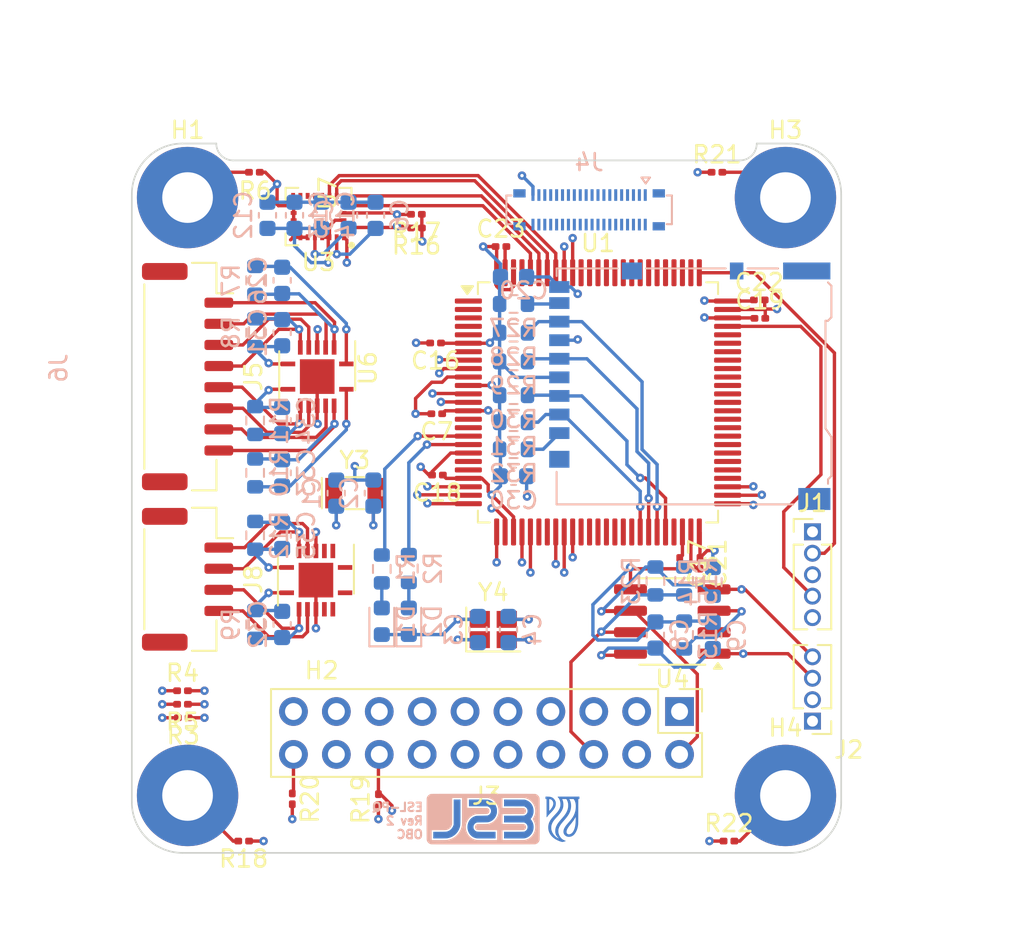
<source format=kicad_pcb>
(kicad_pcb (version 20240108) (generator "pcbnew") (generator_version "8.0")
  (title_block (title "Development of an ADCS for a PocketQube") (date "2023-09-06") (comment 2 "PCB Design") (comment 3 "22619291") (comment 4 "DP Theron"))
  (layers (0 "F.Cu" signal) (1 "In1.Cu" mixed) (2 "In2.Cu" mixed) (31 "B.Cu" signal) (34 "B.Paste" user) (35 "F.Paste" user) (36 "B.SilkS" user "B.Silkscreen") (37 "F.SilkS" user "F.Silkscreen") (38 "B.Mask" user) (39 "F.Mask" user) (44 "Edge.Cuts" user))
  (net 0 "")
  (net 1 "OPA1")
  (net 2 "1-")
  (net 3 "2-")
  (net 4 "OPA2")
  (net 5 "3-")
  (net 6 "OPA3")
  (net 7 "OPA4")
  (net 8 "4-")
  (net 9 "OPA5")
  (net 10 "5-")
  (net 11 "OPA6")
  (net 12 "6-")
  (net 13 "OSC_IN")
  (net 14 "OSC_OUT")
  (net 15 "OSC32_IN")
  (net 16 "OSC32_OUT")
  (net 17 "NRST")
  (net 18 "SPI NSS")
  (net 19 "SPI MOSI")
  (net 20 "SPI SCK")
  (net 21 "SPI MISO")
  (net 22 "1+")
  (net 23 "2+")
  (net 24 "3+")
  (net 25 "4+")
  (net 26 "5+")
  (net 27 "6+")
  (net 28 "SCL")
  (net 29 "SDA")
  (net 32 "/Daughterboard Connector/DB13")
  (net 33 "USART RX")
  (net 34 "USART TX")
  (net 35 "DCap")
  (net 38 "/Daughterboard Connector/DB22")
  (net 43 "SWCLK")
  (net 44 "SWDIO")
  (net 47 "/Daughterboard Connector/DB34")
  (net 48 "/Daughterboard Connector/DB37")
  (net 53 "/Daughterboard Connector/DB35")
  (net 54 "/Daughterboard Connector/DB6")
  (net 65 "SAOG")
  (net 66 "SAOM")
  (net 67 "/Daughterboard Connector/DB3")
  (net 68 "/Daughterboard Connector/DB32")
  (net 69 "CSAG")
  (net 70 "CSM")
  (net 71 "GND")
  (net 72 "Net-(U3-CAP)")
  (net 73 "Net-(U3-C1)")
  (net 75 "Net-(D1-A)")
  (net 76 "Net-(D2-A)")
  (net 77 "Net-(H1-Pad1)")
  (net 78 "Net-(H2-Pad1)")
  (net 79 "Net-(H3-Pad1)")
  (net 80 "Net-(H4-Pad1)")
  (net 81 "Net-(J6-DAT1)")
  (net 82 "Net-(J6-DAT2)")
  (net 83 "3V3")
  (net 84 "PPS")
  (net 85 "5V")
  (net 86 "PWR")
  (net 87 "TX")
  (net 88 "RS-EN")
  (net 89 "RS-A")
  (net 90 "RS-B")
  (net 104 "/Daughterboard Connector/DB10")
  (net 105 "/Daughterboard Connector/DB29")
  (net 109 "/Daughterboard Connector/DB39")
  (net 111 "/Daughterboard Connector/DB25")
  (net 112 "/Daughterboard Connector/DB26")
  (net 114 "/Daughterboard Connector/DB14")
  (net 115 "/Daughterboard Connector/DB5")
  (net 117 "/Daughterboard Connector/DB19")
  (net 124 "/Daughterboard Connector/DB8")
  (net 125 "/Daughterboard Connector/DB2")
  (net 126 "/Daughterboard Connector/DB24")
  (net 127 "/Daughterboard Connector/DB30")
  (net 129 "/Daughterboard Connector/DB18")
  (net 132 "/Daughterboard Connector/DB12")
  (net 134 "/Daughterboard Connector/DB38")
  (net 136 "/Daughterboard Connector/DB33")
  (net 137 "/Daughterboard Connector/DB31")
  (net 140 "/Daughterboard Connector/DB7")
  (net 142 "/Daughterboard Connector/DB23")
  (net 145 "/Daughterboard Connector/DB40")
  (net 149 "S1_3V3")
  (net 150 "S2_3V3")
  (net 151 "/Daughterboard Connector/DB17")
  (net 152 "/Daughterboard Connector/DB11")
  (net 153 "/Daughterboard Connector/DB27")
  (net 154 "/Daughterboard Connector/DB15")
  (net 155 "/Daughterboard Connector/DB21")
  (net 156 "/Daughterboard Connector/DB9")
  (net 157 "/Daughterboard Connector/DB28")
  (net 158 "/Daughterboard Connector/DB4")
  (net 159 "/Daughterboard Connector/DB16")
  (net 160 "/Daughterboard Connector/DB36")
  (net 161 "/Daughterboard Connector/DB1")
  (net 162 "/Daughterboard Connector/DB20")
  (net 167 "I2C-SDA")
  (net 168 "I2C-SCL")
  (net 169 "S1_5V")
  (net 170 "S2_5V")
  (net 171 "Unreg Solar")
  (net 172 "Unreg Bat")
  (net 173 "EPS_RST")
  (footprint "Skripsie:JST_GH_SM04B-GHS-TB_1x04-1MP_P1.25mm_Horizontal" (layer "F.Cu") (at 231.8 48.6 -90)
    (property "Reference" "J8")
    (property "Value" "Conn_01x04_MountingPin")
  )
  (footprint "Skripsie:R_0201_0603Metric" (layer "F.Cu") (at 263.145 24.5)
    (property "Reference" "R21")
    (property "Value" "0")
  )
  (footprint "Skripsie:Crystal_SMD_EuroQuartz_X22-4Pin_2.5x2.0mm" (layer "F.Cu") (at 249.9 51.575)
    (property "Reference" "Y4")
    (property "Value" "80 MHz")
  )
  (footprint "Skripsie:R_0201_0603Metric" (layer "F.Cu") (at 235.12 64.1 180)
    (property "Reference" "R18")
    (property "Value" "0")
  )
  (footprint "Skripsie:PinHeader_1x05_P1.27mm_Vertical" (layer "F.Cu") (at 268.8 45.79)
    (property "Reference" "J1")
    (property "Value" "Conn_01x05")
  )
  (footprint "MountingHole:MountingHole_3mm_Pad" (layer "F.Cu") (at 267.2 61.4)
    (property "Reference" "H4")
    (property "Value" "MountingHole_Pad")
  )
  (footprint "Skripsie:LGA-24L_3x3.5mm_P0.43mm" (layer "F.Cu") (at 239.555 27.125 180)
    (property "Reference" "U3")
    (property "Value" "LSM9DS1TR")
  )
  (footprint "Skripsie:R_0201_0603Metric" (layer "F.Cu") (at 235.755 24.5 180)
    (property "Reference" "R6")
    (property "Value" "0")
  )
  (footprint "MountingHole:MountingHole_3mm_Pad" (layer "F.Cu") (at 267.2 26)
    (property "Reference" "H3")
    (property "Value" "MountingHole_Pad")
  )
  (footprint "Skripsie:PinHeader_1x04_P1.27mm_Vertical" (layer "F.Cu") (at 268.8 57 180)
    (property "Reference" "J2")
    (property "Value" "Conn_01x04")
  )
  (footprint "Skripsie:Crystal_SMD_EuroQuartz_EQ161-2Pin_3.2x1.5mm" (layer "F.Cu") (at 241.7 43.5)
    (property "Reference" "Y3")
    (property "Value" "32.768 kHz")
  )
  (footprint "Skripsie:R_0201_0603Metric" (layer "F.Cu") (at 243.1 61.645 90)
    (property "Reference" "R19")
    (property "Value" "R")
  )
  (footprint "Package_QFP:LQFP-100_14x14mm_P0.5mm" (layer "F.Cu") (at 256.1 38.125)
    (property "Reference" "U1")
    (property "Value" "STM32L496VGTxP")
  )
  (footprint "Skripsie:R_0201_0603Metric" (layer "F.Cu") (at 231.5 55.2)
    (property "Reference" "R4")
    (property "Value" "0")
  )
  (footprint "ESL_PQ:ESL_PQ_Main_Header" (layer "F.Cu") (at 249.5 56.43)
    (property "Reference" "J3")
    (property "Value" "ESL_PQ_MainHeader")
  )
  (footprint "Skripsie:C_0201_0603Metric" (layer "F.Cu") (at 246.485 34.61 180)
    (property "Reference" "C16")
    (property "Value" "10u")
  )
  (footprint "MountingHole:MountingHole_3mm_Pad" (layer "F.Cu") (at 231.8 61.4)
    (property "Reference" "H2")
    (property "Value" "MountingHole_Pad")
  )
  (footprint "Skripsie:C_0201_0603Metric" (layer "F.Cu") (at 265.65 32.06)
    (property "Reference" "C22")
    (property "Value" "100n")
  )
  (footprint "Skripsie:R_0201_0603Metric" (layer "F.Cu") (at 238 61.6 -90)
    (property "Reference" "R20")
    (property "Value" "R")
  )
  (footprint "Skripsie:C_0201_0603Metric" (layer "F.Cu") (at 246.595 42.43 180)
    (property "Reference" "C18")
    (property "Value" "100n")
  )
  (footprint "Skripsie:R_0201_0603Metric" (layer "F.Cu") (at 231.545 56.8 180)
    (property "Reference" "R3")
    (property "Value" "0")
  )
  (footprint "Package_SO:SOIC-8_3.9x4.9mm_P1.27mm" (layer "F.Cu") (at 260.5 51.1 180)
    (property "Reference" "U4")
    (property "Value" "LTC2850HDD#PBF")
  )
  (footprint "Skripsie:R_0201_0603Metric" (layer "F.Cu") (at 245.355 27.8 180)
    (property "Reference" "R16")
    (property "Value" "R")
  )
  (footprint "Skripsie:C_0201_0603Metric" (layer "F.Cu") (at 246.555 38.8 180)
    (property "Reference" "C7")
    (property "Value" "100n")
  )
  (footprint "Skripsie:JST_GH_SM08B-GHS-TB_1x08-1MP_P1.25mm_Horizontal" (layer "F.Cu") (at 231.8 36.6 -90)
    (property "Reference" "J5")
    (property "Value" "Conn_01x08_MountingPin")
  )
  (footprint "Skripsie:C_0201_0603Metric" (layer "F.Cu") (at 262.14 47.65 -90)
    (property "Reference" "C21")
    (property "Value" "100n")
  )
  (footprint "Skripsie:C_0201_0603Metric" (layer "F.Cu") (at 250.355 28.9)
    (property "Reference" "C23")
    (property "Value" "100n")
  )
  (footprint "Skripsie:R_0201_0603Metric" (layer "F.Cu") (at 231.5 56 180)
    (property "Reference" "R5")
    (property "Value" "0")
  )
  (footprint "MountingHole:MountingHole_3mm_Pad" (layer "F.Cu") (at 231.8 26)
    (property "Reference" "H1")
    (property "Value" "MountingHole_Pad")
  )
  (footprint "Skripsie:R_0201_0603Metric" (layer "F.Cu") (at 245.35 26.99 180)
    (property "Reference" "R17")
    (property "Value" "R")
  )
  (footprint "Skripsie:R_0201_0603Metric" (layer "F.Cu") (at 263.855 64.1)
    (property "Reference" "R22")
    (property "Value" "0")
  )
  (footprint "Skripsie:Texas_S-PVQFN-N14" (layer "F.Cu") (at 239.4 48.65 -90)
    (property "Reference" "U7")
    (property "Value" "OPA4330")
  )
  (footprint "Skripsie:C_0201_0603Metric" (layer "F.Cu") (at 260.94 47.66 -90)
    (property "Reference" "C17")
    (property "Value" "100n")
  )
  (footprint "Skripsie:C_0201_0603Metric" (layer "F.Cu") (at 265.685 33.15)
    (property "Reference" "C19")
    (property "Value" "100n")
  )
  (footprint "Skripsie:Texas_S-PVQFN-N14" (layer "F.Cu") (at 239.475 36.6 -90)
    (property "Reference" "U6")
    (property "Value" "OPA4330")
  )
  (footprint "Capacitor_SMD:C_0603_1608Metric" (layer "B.Cu") (at 259.5 51.9 90)
    (property "Reference" "C8")
    (property "Value" "100n")
  )
  (footprint "Resistor_SMD:R_0603_1608Metric" (layer "B.Cu") (at 243.3 47.9875 90)
    (property "Reference" "R1")
    (property "Value" "165")
  )
  (footprint "Capacitor_SMD:C_0603_1608Metric" (layer "B.Cu") (at 239.73 27.05 90)
    (property "Reference" "C14")
    (property "Value" "10u")
  )
  (footprint "Resistor_SMD:R_0603_1608Metric" (layer "B.Cu") (at 251.1 37.7)
    (property "Reference" "R30")
    (property "Value" "4k7")
  )
  (footprint "LOGO" (layer "B.Cu") (at 249.3 62.8 180)
    (property "Reference" "G***" (hide yes))
    (property "Value" "LOGO" (hide yes))
  )
  (footprint "Resistor_SMD:R_0603_1608Metric" (layer "B.Cu") (at 235.8 42.3 90)
    (property "Reference" "R10")
    (property "Value" "470")
  )
  (footprint "Capacitor_SMD:C_0603_1608Metric" (layer "B.Cu") (at 237.4 46 90)
    (property "Reference" "C35")
    (property "Value" "220p")
  )
  (footprint "Capacitor_SMD:C_0603_1608Metric" (layer "B.Cu") (at 249 51.575 -90)
    (property "Reference" "C3")
    (property "Value" "12p")
  )
  (footprint "Connector_Hirose:Hirose_BM24_BM24-40DP-2-0.35V_2x20_P0.35mm_PowerPin2_Vertical" (layer "B.Cu") (at 255.575 26.725 180)
    (property "Reference" "J4")
    (property "Value" "Conn_02x20_Odd_Even")
  )
  (footprint "Resistor_SMD:R_0603_1608Metric" (layer "B.Cu") (at 235.8 46 90)
    (property "Reference" "R12")
    (property "Value" "470")
  )
  (footprint "Capacitor_SMD:C_0603_1608Metric" (layer "B.Cu") (at 237.4 30.9 -90)
    (property "Reference" "C26")
    (property "Value" "220p")
  )
  (footprint "Capacitor_SMD:C_0603_1608Metric" (layer "B.Cu") (at 238.13 27.05 90)
    (property "Reference" "C13")
    (property "Value" "100n")
  )
  (footprint "Resistor_SMD:R_0603_1608Metric" (layer "B.Cu") (at 235.8 34 -90)
    (property "Reference" "R8")
    (property "Value" "470")
  )
  (footprint "Resistor_SMD:R_0603_1608Metric" (layer "B.Cu") (at 251.1 32.3)
    (property "Reference" "R27")
    (property "Value" "4k7")
  )
  (footprint "Resistor_SMD:R_0603_1608Metric" (layer "B.Cu") (at 235.8 51.275 -90)
    (property "Reference" "R9")
    (property "Value" "470")
  )
  (footprint "Capacitor_SMD:C_0603_1608Metric" (layer "B.Cu") (at 262.9 51.925 90)
    (property "Reference" "C9")
    (property "Value" "10u")
  )
  (footprint "Resistor_SMD:R_0603_1608Metric" (layer "B.Cu") (at 244.9 47.9625 90)
    (property "Reference" "R2")
    (property "Value" "165")
  )
  (footprint "Resistor_SMD:R_0603_1608Metric" (layer "B.Cu") (at 235.8 30.9 -90)
    (property "Reference" "R7")
    (property "Value" "470")
  )
  (footprint "Resistor_SMD:R_0603_1608Metric" (layer "B.Cu") (at 251.1 34)
    (property "Reference" "R28")
    (property "Value" "4k7")
  )
  (footprint "Capacitor_SMD:C_0603_1608Metric" (layer "B.Cu") (at 251.1 30.7)
    (property "Reference" "C20")
    (property "Value" "100n")
  )
  (footprint "Resistor_SMD:R_0603_1608Metric" (layer "B.Cu") (at 251.1 35.7)
    (property "Reference" "R29")
    (property "Value" "4k7")
  )
  (footprint "Capacitor_SMD:C_0603_1608Metric" (layer "B.Cu") (at 241.33 27.05 -90)
    (property "Reference" "C5")
    (property "Value" "10n")
  )
  (footprint "Capacitor_SMD:C_0603_1608Metric" (layer "B.Cu") (at 251.1 42.5)
    (property "Reference" "C30")
    (property "Value" "10u")
  )
  (footprint "Skripsie:microSD_HC_Hirose_DM3AT-SF-PEJM5" (layer "B.Cu") (at 261.535 37.17 -90)
    (property "Reference" "J6")
    (property "Value" "Micro_SD_Card")
  )
  (footprint "Capacitor_SMD:C_0603_1608Metric" (layer "B.Cu") (at 237.4 42.3 90)
    (property "Reference" "C33")
    (property "Value" "220p")
  )
  (footprint "Capacitor_SMD:C_0603_1608Metric" (layer "B.Cu") (at 242.8 43.5 -90)
    (property "Reference" "C2")
    (property "Value" "8p")
  )
  (footprint "Capacitor_SMD:C_0603_1608Metric" (layer "B.Cu") (at 237.4 39.2 90)
    (property "Reference" "C34")
    (property "Value" "220p")
  )
  (footprint "LED_SMD:LED_0603_1608Metric" (layer "B.Cu") (at 243.3 51.0875 90)
    (property "Reference" "D1")
    (property "Value" "LED")
  )
  (footprint "Capacitor_SMD:C_0603_1608Metric" (layer "B.Cu") (at 237.4 34 -90)
    (property "Reference" "C31")
    (property "Value" "220p")
  )
  (footprint "Capacitor_SMD:C_0603_1608Metric" (layer "B.Cu") (at 236.53 27.05 -90)
    (property "Reference" "C12")
    (property "Value" "100n")
  )
  (footprint "Resistor_SMD:R_0603_1608Metric" (layer "B.Cu") (at 251.1 39.3)
    (property "Reference" "R31")
    (property "Value" "4k7")
  )
  (footprint "Resistor_SMD:R_0603_1608Metric" (layer "B.Cu") (at 251.1 40.9)
    (property "Reference" "R32")
    (property "Value" "4k7")
  )
  (footprint "LOGO" (layer "B.Cu") (at 249.3 62.8 180)
    (property "Reference" "G***" (hide yes))
    (property "Value" "LOGO" (hide yes))
  )
  (footprint "Capacitor_SMD:C_0603_1608Metric" (layer "B.Cu") (at 242.93 27.05 90)
    (property "Reference" "C6")
    (property "Value" "100n")
  )
  (footprint "LED_SMD:LED_0603_1608Metric" (layer "B.Cu") (at 244.9 51.0875 90)
    (property "Reference" "D2")
    (property "Value" "LED")
  )
  (footprint "Resistor_SMD:R_0603_1608Metric" (layer "B.Cu") (at 261.2 48.7 90)
    (property "Reference" "R15")
    (property "Value" "4k7")
  )
  (footprint "Resistor_SMD:R_0603_1608Metric" (layer "B.Cu") (at 235.8 39.2 90)
    (property "Reference" "R11")
    (property "Value" "470")
  )
  (footprint "Resistor_SMD:R_0603_1608Metric" (layer "B.Cu") (at 261.2 51.9 90)
    (property "Reference" "R13")
    (property "Value" "4k7")
  )
  (footprint "Capacitor_SMD:C_0603_1608Metric" (layer "B.Cu") (at 237.4 51.275 -90)
    (property "Reference" "C32")
    (property "Value" "220p")
  )
  (footprint "Capacitor_SMD:C_0603_1608Metric" (layer "B.Cu") (at 240.6 43.5 -90)
    (property "Reference" "C1")
    (property "Value" "8p")
  )
  (footprint "LOGO" (layer "B.Cu") (at 254 62.8 180)
    (property "Reference" "G***" (hide yes))
    (property "Value" "LOGO" (hide yes))
  )
  (footprint "Resistor_SMD:R_0603_1608Metric" (layer "B.Cu") (at 262.9 48.775 -90)
    (property "Reference" "R14")
    (property "Value" "4k7")
  )
  (footprint "Capacitor_SMD:C_0603_1608Metric" (layer "B.Cu") (at 250.8 51.575 90)
    (property "Reference" "C4")
    (property "Value" "12p")
  )
  (footprint "Resistor_SMD:R_0603_1608Metric" (layer "B.Cu") (at 259.5 48.7 -90)
    (property "Reference" "R23")
    (property "Value" "120k")
  )
  (gr_arc (start 267.5 22.8) (mid 269.62132 23.67868) (end 270.5 25.8) (stroke (width 0.1)) (layer "Edge.Cuts"))
  (gr_arc (start 231.5 64.8) (mid 229.37868 63.92132) (end 228.5 61.8) (stroke (width 0.1)) (layer "Edge.Cuts"))
  (gr_line (start 231.5 22.8) (end 233.5 22.8) (stroke (width 0.1)) (layer "Edge.Cuts"))
  (gr_arc (start 228.5 25.8) (mid 229.37868 23.67868) (end 231.5 22.8) (stroke (width 0.1)) (layer "Edge.Cuts"))
  (gr_line (start 234.5 23.8) (end 264.5 23.8) (stroke (width 0.1)) (layer "Edge.Cuts"))
  (gr_line (start 231.5 64.8) (end 267.5 64.8) (stroke (width 0.1)) (layer "Edge.Cuts"))
  (gr_line (start 270.5 61.8) (end 270.5 25.8) (stroke (width 0.1)) (layer "Edge.Cuts"))
  (gr_arc (start 265.5 22.8) (mid 265.207107 23.507107) (end 264.5 23.8) (stroke (width 0.1)) (layer "Edge.Cuts"))
  (gr_arc (start 270.5 61.8) (mid 269.62132 63.92132) (end 267.5 64.8) (stroke (width 0.1)) (layer "Edge.Cuts"))
  (gr_line (start 265.5 22.8) (end 267.5 22.8) (stroke (width 0.1)) (layer "Edge.Cuts"))
  (gr_line (start 228.5 25.8) (end 228.5 61.8) (stroke (width 0.1)) (layer "Edge.Cuts"))
  (gr_arc (start 234.5 23.8) (mid 233.792893 23.507107) (end 233.5 22.8) (stroke (width 0.1)) (layer "Edge.Cuts"))
  (gr_text "ESL-PQ\nRev 2\nOBC" (at 245.8 64 0) (layer "B.SilkS") (effects (font (size 0.5 0.5) (thickness 0.125) (bold yes)) (justify left bottom mirror)))
  (segment (start 246.025 43.125) (end 248.425 43.125) (width 0.2) (layer "F.Cu") (net 1))
  (segment (start 246 43.1) (end 246.025 43.125) (width 0.2) (layer "F.Cu") (net 1))
  (segment (start 241.2 35.85) (end 241.2 33.8) (width 0.2) (layer "F.Cu") (net 1))
  (via (at 246 43.1) (size 0.5) (drill 0.2) (layers "F.Cu" "B.Cu") (net 1))
  (via (at 241.2 33.8) (size 0.5) (drill 0.2) (layers "F.Cu" "B.Cu") (net 1))
  (segment (start 241.2 33.45) (end 241.2 33.8) (width 0.2) (layer "B.Cu") (net 1))
  (segment (start 237.875 30.125) (end 241.2 33.45) (width 0.2) (layer "B.Cu") (net 1))
  (segment (start 235.8 30.075) (end 237.35 30.075) (width 0.2) (layer "B.Cu") (net 1))
  (segment (start 237.35 30.075) (end 237.4 30.125) (width 0.2) (layer "B.Cu") (net 1))
  (segment (start 237.4 30.125) (end 237.875 30.125) (width 0.2) (layer "B.Cu") (net 1))
  (segment (start 239.349264 32.225) (end 233.65 32.225) (width 0.2) (layer "F.Cu") (net 2))
  (segment (start 240.475 34.875) (end 240.475 33.825) (width 0.2) (layer "F.Cu") (net 2))
  (segment (start 240.5 33.375736) (end 239.349264 32.225) (width 0.2) (layer "F.Cu") (net 2))
  (segment (start 240.5 33.8) (end 240.5 33.375736) (width 0.2) (layer "F.Cu") (net 2))
  (segment (start 240.475 33.825) (end 240.5 33.8) (width 0.2) (layer "F.Cu") (net 2))
  (via (at 240.5 33.8) (size 0.5) (drill 0.2) (layers "F.Cu" "B.Cu") (net 2))
  (segment (start 235.8 31.725) (end 237.375 31.725) (width 0.2) (layer "B.Cu") (net 2))
  (segment (start 237.375 31.725) (end 237.4 31.7) (width 0.2) (layer "B.Cu") (net 2))
  (segment (start 237.4 31.7) (end 238.4 31.7) (width 0.2) (layer "B.Cu") (net 2))
  (segment (start 238.4 31.7) (end 240.5 33.8) (width 0.2) (layer "B.Cu") (net 2))
  (segment (start 238.475 33.875) (end 238.4 33.8) (width 0.2) (layer "F.Cu") (net 3))
  (segment (start 238.4 33.8) (end 237.2 33.8) (width 0.2) (layer "F.Cu") (net 3))
  (segment (start 237.2 33.8) (end 235.025 35.975) (width 0.2) (layer "F.Cu") (net 3))
  (segment (start 235.025 35.975) (end 233.65 35.975) (width 0.2) (layer "F.Cu") (net 3))
  (segment (start 238.475 34.875) (end 238.475 33.875) (width 0.2) (layer "F.Cu") (net 3))
  (via (at 238.4 33.8) (size 0.5) (drill 0.2) (layers "F.Cu" "B.Cu") (net 3))
  (segment (start 237.4 33.225) (end 237.825 33.225) (width 0.2) (layer "B.Cu") (net 3))
  (segment (start 237.35 33.175) (end 237.4 33.225) (width 0.2) (layer "B.Cu") (net 3))
  (segment (start 235.8 33.175) (end 237.35 33.175) (width 0.2) (layer "B.Cu") (net 3))
  (segment (start 237.825 33.225) (end 238.4 33.8) (width 0.2) (layer "B.Cu") (net 3))
  (segment (start 236.65 35.85) (end 236.6 35.8) (width 0.2) (layer "F.Cu") (net 4))
  (segment (start 248.4 43.6) (end 248.425 43.625) (width 0.2) (layer "F.Cu") (net 4))
  (segment (start 237.75 35.85) (end 236.65 35.85) (width 0.2) (layer "F.Cu") (net 4))
  (segment (start 245.4 43.6) (end 248.4 43.6) (width 0.2) (layer "F.Cu") (net 4))
  (via (at 245.4 43.6) (size 0.5) (drill 0.2) (layers "F.Cu" "B.Cu") (net 4))
  (via (at 236.6 35.8) (size 0.5) (drill 0.2) (layers "F.Cu" "B.Cu") (net 4))
  (segment (start 236.6 35.8) (end 236.5 35.9) (width 0.2) (layer "B.Cu") (net 4))
  (segment (start 237.35 34.825) (end 237.4 34.775) (width 0.2) (layer "B.Cu") (net 4))
  (segment (start 235.8 35) (end 236.6 35.8) (width 0.2) (layer "B.Cu") (net 4))
  (segment (start 235.8 34.825) (end 237.35 34.825) (width 0.2) (layer "B.Cu") (net 4))
  (segment (start 235.8 34.825) (end 235.8 35) (width 0.2) (layer "B.Cu") (net 4))
  (segment (start 238.475 38.325) (end 238.475 39.325) (width 0.2) (layer "F.Cu") (net 5))
  (segment (start 237.2 39.4) (end 235.025 37.225) (width 0.2) (layer "F.Cu") (net 5))
  (segment (start 238.4 39.4) (end 237.2 39.4) (width 0.2) (layer "F.Cu") (net 5))
  (segment (start 235.025 37.225) (end 233.65 37.225) (width 0.2) (layer "F.Cu") (net 5))
  (segment (start 238.475 39.325) (end 238.4 39.4) (width 0.2) (layer "F.Cu") (net 5))
  (via (at 238.4 39.4) (size 0.5) (drill 0.2) (layers "F.Cu" "B.Cu") (net 5))
  (segment (start 235.8 40.025) (end 237.35 40.025) (width 0.2) (layer "B.Cu") (net 5))
  (segment (start 237.825 39.975) (end 238.4 39.4) (width 0.2) (layer "B.Cu") (net 5))
  (segment (start 237.35 40.025) (end 237.4 39.975) (width 0.2) (layer "B.Cu") (net 5))
  (segment (start 237.4 39.975) (end 237.825 39.975) (width 0.2) (layer "B.Cu") (net 5))
  (segment (start 237.75 37.35) (end 236.65 37.35) (width 0.2) (layer "F.Cu") (net 6))
  (segment (start 246 44.1) (end 246.025 44.125) (width 0.2) (layer "F.Cu") (net 6))
  (segment (start 246.025 44.125) (end 248.425 44.125) (width 0.2) (layer "F.Cu") (net 6))
  (segment (start 236.65 37.35) (end 236.6 37.4) (width 0.2) (layer "F.Cu") (net 6))
  (via (at 236.6 37.4) (size 0.5) (drill 0.2) (layers "F.Cu" "B.Cu") (net 6))
  (via (at 246 44.1) (size 0.5) (drill 0.2) (layers "F.Cu" "B.Cu") (net 6))
  (segment (start 235.85 38.425) (end 235.8 38.375) (width 0.2) (layer "B.Cu") (net 6))
  (segment (start 235.8 38.2) (end 236.6 37.4) (width 0.2) (layer "B.Cu") (net 6))
  (segment (start 237.4 38.425) (end 235.85 38.425) (width 0.2) (layer "B.Cu") (net 6))
  (segment (start 235.8 38.375) (end 235.8 38.2) (width 0.2) (layer "B.Cu") (net 6))
  (segment (start 250.1 47.6) (end 250.1 45.8) (width 0.2) (layer "F.Cu") (net 7))
  (segment (start 241.2 37.35) (end 241.2 39.4) (width 0.2) (layer "F.Cu") (net 7))
  (via (at 241.2 39.4) (size 0.5) (drill 0.2) (layers "F.Cu" "B.Cu") (net 7))
  (via (at 250.1 47.6) (size 0.5) (drill 0.2) (layers "F.Cu" "B.Cu") (net 7))
  (segment (start 237.35 43.125) (end 237.4 43.075) (width 0.2) (layer "B.Cu") (net 7))
  (segment (start 237.4 43.075) (end 237.875 43.075) (width 0.2) (layer "B.Cu") (net 7))
  (segment (start 241.2 39.75) (end 241.2 39.4) (width 0.2) (layer "B.Cu") (net 7))
  (segment (start 237.875 43.075) (end 241.2 39.75) (width 0.2) (layer "B.Cu") (net 7))
  (segment (start 235.8 43.125) (end 237.35 43.125) (width 0.2) (layer "B.Cu") (net 7))
  (segment (start 240.475 38.325) (end 240.475 39.375) (width 0.2) (layer "F.Cu") (net 8))
  (segment (start 240.475 39.375) (end 240.5 39.4) (width 0.2) (layer "F.Cu") (net 8))
  (segment (start 240.5 39.531371) (end 239.056371 40.975) (width 0.2) (layer "F.Cu") (net 8))
  (segment (start 239.056371 40.975) (end 233.65 40.975) (width 0.2) (layer "F.Cu") (net 8))
  (segment (start 240.5 39.4) (end 240.5 39.531371) (width 0.2) (layer "F.Cu") (net 8))
  (via (at 240.5 39.4) (size 0.5) (drill 0.2) (layers "F.Cu" "B.Cu") (net 8))
  (segment (start 235.8 41.475) (end 237.35 41.475) (width 0.2) (layer "B.Cu") (net 8))
  (segment (start 237.4 41.525) (end 238.375 41.525) (width 0.2) (layer "B.Cu") (net 8))
  (segment (start 237.35 41.475) (end 237.4 41.525) (width 0.2) (layer "B.Cu") (net 8))
  (segment (start 238.375 41.525) (end 240.5 39.4) (width 0.2) (layer "B.Cu") (net 8))
  (segment (start 237.675 49.4) (end 236.6 49.4) (width 0.2) (layer "F.Cu") (net 9))
  (segment (start 252.1 48.2) (end 252.1 45.8) (width 0.2) (layer "F.Cu") (net 9))
  (via (at 252.1 48.2) (size 0.5) (drill 0.2) (layers "F.Cu" "B.Cu") (net 9))
  (via (at 236.6 49.4) (size 0.5) (drill 0.2) (layers "F.Cu" "B.Cu") (net 9))
  (segment (start 237.35 50.375) (end 237.4 50.425) (width 0.2) (layer "B.Cu") (net 9))
  (segment (start 235.8 50.45) (end 237.35 50.45) (width 0.2) (layer "B.Cu") (net 9))
  (segment (start 235.8 50.45) (end 235.8 50.2) (width 0.2) (layer "B.Cu") (net 9))
  (segment (start 237.35 50.45) (end 237.4 50.5) (width 0.2) (layer "B.Cu") (net 9))
  (segment (start 236.6 49.4) (end 236.6 49.575) (width 0.2) (layer "B.Cu") (net 9))
  (segment (start 235.8 50.2) (end 236.6 49.4) (width 0.2) (layer "B.Cu") (net 9))
  (segment (start 235.125 49.225) (end 233.65 49.225) (width 0.2) (layer "F.Cu") (net 10))
  (segment (start 237.4 51.5) (end 235.125 49.225) (width 0.2) (layer "F.Cu") (net 10))
  (segment (start 238.4 51.5) (end 237.4 51.5) (width 0.2) (layer "F.Cu") (net 10))
  (segment (start 238.4 50.375) (end 238.4 51.5) (width 0.2) (layer "F.Cu") (net 10))
  (via (at 238.4 51.5) (size 0.5) (drill 0.2) (layers "F.Cu" "B.Cu") (net 10))
  (segment (start 235.8 52.1) (end 237.35 52.1) (width 0.2) (layer "B.Cu") (net 10))
  (segment (start 237.35 52.025) (end 237.4 51.975) (width 0.2) (layer "B.Cu") (net 10))
  (segment (start 237.85 52.05) (end 238.4 51.5) (width 0.2) (layer "B.Cu") (net 10))
  (segment (start 237.4 52.05) (end 237.85 52.05) (width 0.2) (layer "B.Cu") (net 10))
  (segment (start 237.35 52.1) (end 237.4 52.05) (width 0.2) (layer "B.Cu") (net 10))
  (segment (start 251.6 47.6) (end 251.6 45.8) (width 0.2) (layer "F.Cu") (net 11))
  (segment (start 237.675 47.9) (end 236.6 47.9) (width 0.2) (layer "F.Cu") (net 11))
  (via (at 251.6 47.6) (size 0.5) (drill 0.2) (layers "F.Cu" "B.Cu") (net 11))
  (via (at 236.6 47.9) (size 0.5) (drill 0.2) (layers "F.Cu" "B.Cu") (net 11))
  (segment (start 235.8 46.825) (end 237.35 46.825) (width 0.2) (layer "B.Cu") (net 11))
  (segment (start 237.35 46.825) (end 237.4 46.775) (width 0.2) (layer "B.Cu") (net 11))
  (segment (start 235.8 46.825) (end 235.8 47.1) (width 0.2) (layer "B.Cu") (net 11))
  (segment (start 235.8 47.1) (end 236.6 47.9) (width 0.2) (layer "B.Cu") (net 11))
  (segment (start 238.4 46.925) (end 238.4 45.8) (width 0.2) (layer "F.Cu") (net 12))
  (segment (start 237.3 45.8) (end 235.125 47.975) (width 0.2) (layer "F.Cu") (net 12))
  (segment (start 238.4 45.8) (end 237.3 45.8) (width 0.2) (layer "F.Cu") (net 12))
  (segment (start 235.125 47.975) (end 233.65 47.975) (width 0.2) (layer "F.Cu") (net 12))
  (via (at 238.4 45.8) (size 0.5) (drill 0.2) (layers "F.Cu" "B.Cu") (net 12))
  (segment (start 235.85 45.225) (end 235.8 45.175) (width 0.2) (layer "B.Cu") (net 12))
  (segment (start 237.4 45.225) (end 237.825 45.225) (width 0.2) (layer "B.Cu") (net 12))
  (segment (start 237.4 45.225) (end 235.85 45.225) (width 0.2) (layer "B.Cu") (net 12))
  (segment (start 237.825 45.225) (end 238.4 45.8) (width 0.2) (layer "B.Cu") (net 12))
  (segment (start 248.4 37.6) (end 248.425 37.625) (width 0.2) (layer "F.Cu") (net 13))
  (segment (start 249.1 52.175) (end 247.8 52.175) (width 0.2) (layer "F.Cu") (net 13))
  (segment (start 246.3 37.6) (end 248.4 37.6) (width 0.2) (layer "F.Cu") (net 13))
  (via (at 247.8 52.175) (size 0.5) (drill 0.2) (layers "F.Cu" "B.Cu") (net 13))
  (via (at 246.3 37.6) (size 0.5) (drill 0.2) (layers "F.Cu" "B.Cu") (net 13))
  (segment (start 247.8 52.175) (end 248.825 52.175) (width 0.2) (layer "B.Cu") (net 13))
  (segment (start 248.825 52.175) (end 249 52.35) (width 0.2) (layer "B.Cu") (net 13))
  (segment (start 248.4 38.1) (end 248.425 38.125) (width 0.2) (layer "F.Cu") (net 14))
  (segment (start 246.8 38.1) (end 248.4 38.1) (width 0.2) (layer "F.Cu") (net 14))
  (segment (start 250.7 50.975) (end 252 50.975) (width 0.2) (layer "F.Cu") (net 14))
  (via (at 246.8 38.1) (size 0.5) (drill 0.2) (layers "F.Cu" "B.Cu") (net 14))
  (via (at 252 50.975) (size 0.5) (drill 0.2) (layers "F.Cu" "B.Cu") (net 14))
  (segment (start 250.975 50.975) (end 250.8 50.8) (width 0.2) (layer "B.Cu") (net 14))
  (segment (start 252 50.975) (end 250.975 50.975) (width 0.2) (layer "B.Cu") (net 14))
  (segment (start 248.4 35.6) (end 248.425 35.625) (width 0.2) (layer "F.Cu") (net 15))
  (segment (start 240.6 45.4) (end 240.6 43.65) (width 0.2) (layer "F.Cu") (net 15))
  (segment (start 246.7 35.6) (end 248.4 35.6) (width 0.2) (layer "F.Cu") (net 15))
  (segment (start 240.6 43.65) (end 240.45 43.5) (width 0.2) (layer "F.Cu") (net 15))
  (via (at 246.7 35.6) (size 0.5) (drill 0.2) (layers "F.Cu" "B.Cu") (net 15))
  (via (at 240.6 45.4) (size 0.5) (drill 0.2) (layers "F.Cu" "B.Cu") (net 15))
  (segment (start 240.6 44.275) (end 240.6 45.4) (width 0.2) (layer "B.Cu") (net 15))
  (segment (start 242.8 45.4) (end 242.8 43.65) (width 0.2) (layer "F.Cu") (net 16))
  (segment (start 242.8 43.65) (end 242.95 43.5) (width 0.2) (layer "F.Cu") (net 16))
  (segment (start 246.975 36.125) (end 248.425 36.125) (width 0.2) (layer "F.Cu") (net 16))
  (segment (start 246.7 36.4) (end 246.975 36.125) (width 0.2) (layer "F.Cu") (net 16))
  (via (at 246.7 36.4) (size 0.5) (drill 0.2) (layers "F.Cu" "B.Cu") (net 16))
  (via (at 242.8 45.4) (size 0.5) (drill 0.2) (layers "F.Cu" "B.Cu") (net 16))
  (segment (start 242.8 44.275) (end 242.8 45.4) (width 0.2) (layer "B.Cu") (net 16))
  (segment (start 247.05 38.625) (end 246.875 38.8) (width 0.2) (layer "F.Cu") (net 17))
  (segment (start 248.425 38.625) (end 247.05 38.625) (width 0.2) (layer "F.Cu") (net 17))
  (segment (start 248.425 38.625) (end 249.575 38.625) (width 0.2) (layer "F.Cu") (net 17))
  (segment (start 249.575 38.625) (end 249.6 38.6) (width 0.2) (layer "F.Cu") (net 17))
  (via (at 249.6 38.6) (size 0.5) (drill 0.2) (layers "F.Cu" "B.Cu") (net 17))
  (segment (start 258.6 44.3) (end 258.6 45.8) (width 0.2) (layer "F.Cu") (net 18))
  (via (at 258.6 44.3) (size 0.5) (drill 0.2) (layers "F.Cu" "B.Cu") (net 18))
  (segment (start 251.925 39.3) (end 252.55 39.3) (width 0.2) (layer "B.Cu") (net 18))
  (segment (start 252.55 39.3) (end 253.005 38.845) (width 0.2) (layer "B.Cu") (net 18))
  (segment (start 254.06 38.845) (end 253.81 38.845) (width 0.2) (layer "B.Cu") (net 18))
  (segment (start 258.6 44.3) (end 258.6 43.385) (width 0.2) (layer "B.Cu") (net 18))
  (segment (start 258.6 43.385) (end 254.06 38.845) (width 0.2) (layer "B.Cu") (net 18))
  (segment (start 253.005 38.845) (end 253.81 38.845) (width 0.2) (layer "B.Cu") (net 18))
  (segment (start 258.9 42.6) (end 258.6 42.6) (width 0.2) (layer "F.Cu") (net 19))
  (segment (start 260.1 43.8) (end 258.9 42.6) (width 0.2) (layer "F.Cu") (net 19))
  (segment (start 260.1 43.8) (end 260.1 45.8) (width 0.2) (layer "F.Cu") (net 19))
  (via (at 258.6 42.6) (size 0.5) (drill 0.2) (layers "F.Cu" "B.Cu") (net 19))
  (segment (start 253.765 37.7) (end 253.81 37.745) (width 0.2) (layer "B.Cu") (net 19))
  (segment (start 253.81 37.745) (end 255.145 37.745) (width 0.2) (layer "B.Cu") (net 19))
  (segment (start 257.815 40.415) (end 257.815 41.815) (width 0.2) (layer "B.Cu") (net 19))
  (segment (start 255.145 37.745) (end 257.815 40.415) (width 0.2) (layer "B.Cu") (net 19))
  (segment (start 251.925 37.7) (end 253.765 37.7) (width 0.2) (layer "B.Cu") (net 19))
  (segment (start 257.815 41.815) (end 258.6 42.6) (width 0.2) (layer "B.Cu") (net 19))
  (segment (start 259.1 43.8) (end 259.1 45.8) (width 0.2) (layer "F.Cu") (net 20))
  (via (at 259.1 43.8) (size 0.5) (drill 0.2) (layers "F.Cu" "B.Cu") (net 20))
  (segment (start 258.41 38.51) (end 255.445 35.545) (width 0.2) (layer "B.Cu") (net 20))
  (segment (start 255.445 35.545) (end 253.81 35.545) (width 0.2) (layer "B.Cu") (net 20))
  (segment (start 253.81 35.545) (end 252.08 35.545) (width 0.2) (layer "B.Cu") (net 20))
  (segment (start 259.1 43.8) (end 259.1 41.724264) (width 0.2) (layer "B.Cu") (net 20))
  (segment (start 259.1 41.724264) (end 258.41 41.034264) (width 0.2) (layer "B.Cu") (net 20))
  (segment (start 258.41 41.034264) (end 258.41 38.51) (width 0.2) (layer "B.Cu") (net 20))
  (segment (start 253.655 35.7) (end 253.81 35.545) (width 0.2) (layer "B.Cu") (net 20))
  (segment (start 252.08 35.545) (end 251.925 35.7) (width 0.2) (layer "B.Cu") (net 20))
  (segment (start 259.6 44.3) (end 259.6 45.8) (width 0.2) (layer "F.Cu") (net 21))
  (via (at 259.6 44.3) (size 0.5) (drill 0.2) (layers "F.Cu" "B.Cu") (net 21))
  (segment (start 255.145 33.345) (end 258.71 36.91) (width 0.2) (layer "B.Cu") (net 21))
  (segment (start 252.58 33.345) (end 253.81 33.345) (width 0.2) (layer "B.Cu") (net 21))
  (segment (start 258.71 40.91) (end 259.6 41.8) (width 0.2) (layer "B.Cu") (net 21))
  (segment (start 253.81 33.345) (end 255.145 33.345) (width 0.2) (layer "B.Cu") (net 21))
  (segment (start 251.925 34) (end 252.58 33.345) (width 0.2) (layer "B.Cu") (net 21))
  (segment (start 259.6 41.8) (end 259.6 44.3) (width 0.2) (layer "B.Cu") (net 21))
  (segment (start 258.71 36.91) (end 258.71 40.91) (width 0.2) (layer "B.Cu") (net 21))
  (segment (start 239.6 32.9) (end 235.7 32.9) (width 0.2) (layer "F.Cu") (net 22))
  (segment (start 235.7 32.9) (end 235.125 33.475) (width 0.2) (layer "F.Cu") (net 22))
  (segment (start 240 33.3) (end 239.6 32.9) (width 0.2) (layer "F.Cu") (net 22))
  (segment (start 240 34.85) (end 240 33.3) (width 0.2) (layer "F.Cu") (net 22))
  (segment (start 235.125 33.475) (end 233.65 33.475) (width 0.2) (layer "F.Cu") (net 22))
  (segment (start 239.975 34.875) (end 240 34.85) (width 0.2) (layer "F.Cu") (net 22))
  (segment (start 235.075 34.725) (end 233.65 34.725) (width 0.2) (layer "F.Cu") (net 23))
  (segment (start 236.6 33.2) (end 235.075 34.725) (width 0.2) (layer "F.Cu") (net 23))
  (segment (start 238.507107 33.2) (end 236.6 33.2) (width 0.2) (layer "F.Cu") (net 23))
  (segment (start 238.975 34.875) (end 238.975 33.667893) (width 0.2) (layer "F.Cu") (net 23))
  (segment (start 238.975 33.667893) (end 238.507107 33.2) (width 0.2) (layer "F.Cu") (net 23))
  (segment (start 238.607107 39.9) (end 236.5 39.9) (width 0.2) (layer "F.Cu") (net 24))
  (segment (start 236.5 39.9) (end 235.075 38.475) (width 0.2) (layer "F.Cu") (net 24))
  (segment (start 238.975 38.325) (end 238.975 39.532107) (width 0.2) (layer "F.Cu") (net 24))
  (segment (start 238.975 39.532107) (end 238.607107 39.9) (width 0.2) (layer "F.Cu") (net 24))
  (segment (start 235.075 38.475) (end 233.65 38.475) (width 0.2) (layer "F.Cu") (net 24))
  (segment (start 240 39.607107) (end 239.407107 40.2) (width 0.2) (layer "F.Cu") (net 25))
  (segment (start 235 39.7) (end 233.675 39.7) (width 0.2) (layer "F.Cu") (net 25))
  (segment (start 240 38.35) (end 240 39.607107) (width 0.2) (layer "F.Cu") (net 25))
  (segment (start 239.975 38.325) (end 240 38.35) (width 0.2) (layer "F.Cu") (net 25))
  (segment (start 235.5 40.2) (end 235 39.7) (width 0.2) (layer "F.Cu") (net 25))
  (segment (start 233.675 39.7) (end 233.65 39.725) (width 0.2) (layer "F.Cu") (net 25))
  (segment (start 239.407107 40.2) (end 235.5 40.2) (width 0.2) (layer "F.Cu") (net 25))
  (segment (start 236.6 52) (end 235.075 50.475) (width 0.2) (layer "F.Cu") (net 26))
  (segment (start 238.9 51.707107) (end 238.607107 52) (width 0.2) (layer "F.Cu") (net 26))
  (segment (start 235.075 50.475) (end 233.65 50.475) (width 0.2) (layer "F.Cu") (net 26))
  (segment (start 238.607107 52) (end 236.6 52) (width 0.2) (layer "F.Cu") (net 26))
  (segment (start 238.9 50.375) (end 238.9 51.707107) (width 0.2) (layer "F.Cu") (net 26))
  (segment (start 238.9 46.925) (end 238.9 45.592893) (width 0.2) (layer "F.Cu") (net 27))
  (segment (start 236.6 45.3) (end 235.175 46.725) (width 0.2) (layer "F.Cu") (net 27))
  (segment (start 235.175 46.725) (end 233.65 46.725) (width 0.2) (layer "F.Cu") (net 27))
  (segment (start 238.607107 45.3) (end 236.6 45.3) (width 0.2) (layer "F.Cu") (net 27))
  (segment (start 238.9 45.592893) (end 238.607107 45.3) (width 0.2) (layer "F.Cu") (net 27))
  (segment (start 244.13 27.77) (end 244.2 27.7) (width 0.2) (layer "F.Cu") (net 28))
  (segment (start 244.935 27.7) (end 245.035 27.8) (width 0.2) (layer "F.Cu") (net 28))
  (segment (start 241.03 27.77) (end 244.13 27.77) (width 0.2) (layer "F.Cu") (net 28))
  (segment (start 244.2 27.7) (end 244.935 27.7) (width 0.2) (layer "F.Cu") (net 28))
  (segment (start 254.6 28.4) (end 254.6 30.45) (width 0.2) (layer "F.Cu") (net 28))
  (via (at 244.2 27.7) (size 0.5) (drill 0.2) (layers "F.Cu" "B.Cu") (net 28))
  (via (at 254.6 28.4) (size 0.5) (drill 0.2) (layers "F.Cu" "B.Cu") (net 28))
  (segment (start 244.2 27) (end 245.02 27) (width 0.2) (layer "F.Cu") (net 29))
  (segment (start 244.11 26.91) (end 244.2 27) (width 0.2) (layer "F.Cu") (net 29))
  (segment (start 245.02 27) (end 245.03 26.99) (width 0.2) (layer "F.Cu") (net 29))
  (segment (start 254.1 28.9) (end 254.1 30.45) (width 0.2) (layer "F.Cu") (net 29))
  (segment (start 241.03 26.91) (end 244.11 26.91) (width 0.2) (layer "F.Cu") (net 29))
  (via (at 244.2 27) (size 0.5) (drill 0.2) (layers "F.Cu" "B.Cu") (net 29))
  (via (at 254.1 28.9) (size 0.5) (drill 0.2) (layers "F.Cu" "B.Cu") (net 29))
  (segment (start 254.1 45.8) (end 254.1 48.2) (width 0.2) (layer "F.Cu") (net 33))
  (segment (start 264.6 49.195) (end 264.805 49.195) (width 0.2) (layer "F.Cu") (net 33))
  (segment (start 262.975 49.195) (end 264.6 49.195) (width 0.2) (layer "F.Cu") (net 33))
  (segment (start 264.805 49.195) (end 268.8 53.19) (width 0.2) (layer "F.Cu") (net 33))
  (via (at 254.1 48.2) (size 0.5) (drill 0.2) (layers "F.Cu" "B.Cu") (net 33))
  (via (at 264.6 49.195) (size 0.5) (drill 0.2) (layers "F.Cu" "B.Cu") (net 33))
  (segment (start 264.7 53.005) (end 267.345 53.005) (width 0.2) (layer "F.Cu") (net 34))
  (segment (start 253.6 45.8) (end 253.6 47.8) (width 0.2) (layer "F.Cu") (net 34))
  (segment (start 253.6 47.8) (end 253.6 47.7) (width 0.2) (layer "F.Cu") (net 34))
  (segment (start 262.975 53.005) (end 264.7 53.005) (width 0.2) (layer "F.Cu") (net 34))
  (segment (start 267.345 53.005) (end 268.8 54.46) (width 0.2) (layer "F.Cu") (net 34))
  (via (at 253.6 47.7) (size 0.5) (drill 0.2) (layers "F.Cu" "B.Cu") (net 34))
  (via (at 264.7 53.005) (size 0.5) (drill 0.2) (layers "F.Cu" "B.Cu") (net 34))
  (segment (start 263.775 32.125) (end 262.425 32.125) (width 0.2) (layer "F.Cu") (net 35))
  (segment (start 249.675 34.625) (end 249.7 34.6) (width 0.2) (layer "F.Cu") (net 35))
  (segment (start 238 61.92) (end 238 62.8) (width 0.2) (layer "F.Cu") (net 35))
  (segment (start 263.775 33.125) (end 265.34 33.125) (width 0.2) (layer "F.Cu") (net 35))
  (segment (start 262.14 47.33) (end 262.14 45.84) (width 0.2) (layer "F.Cu") (net 35))
  (segment (start 265.34 33.125) (end 265.365 33.15) (width 0.2) (layer "F.Cu") (net 35))
  (segment (start 245.67 27.795) (end 245.675 27.8) (width 0.2) (layer "F.Cu") (net 35))
  (segment (start 245.675 28.575) (end 245.7 28.6) (width 0.2) (layer "F.Cu") (net 35))
  (segment (start 245.675 27.8) (end 245.675 28.575) (width 0.2) (layer "F.Cu") (net 35))
  (segment (start 231.18 56) (end 230.3 56) (width 0.2) (layer "F.Cu") (net 35))
  (segment (start 245.67 26.99) (end 245.67 27.795) (width 0.2) (layer "F.Cu") (net 35))
  (segment (start 231.225 56.8) (end 230.3 56.8) (width 0.2) (layer "F.Cu") (net 35))
  (segment (start 246.82 34.625) (end 246.805 34.61) (width 0.2) (layer "F.Cu") (net 35))
  (segment (start 250.300001 31.45) (end 250.1 31.249999) (width 0.2) (layer "F.Cu") (net 35))
  (segment (start 240.54 27.34) (end 241.03 27.34) (width 0.2) (layer "F.Cu") (net 35))
  (segment (start 251.1 31.249999) (end 250.899999 31.45) (width 0.2) (layer "F.Cu") (net 35))
  (segment (start 263.775 33.125) (end 262.425 33.125) (width 0.2) (layer "F.Cu") (net 35))
  (segment (start 250.1 30.45) (end 250.1 28.965) (width 0.2) (layer "F.Cu") (net 35))
  (segment (start 240.2 28.35) (end 240.2 27.68) (width 0.2) (layer "F.Cu") (net 35))
  (segment (start 250.1 28.965) (end 250.035 28.9) (width 0.2) (layer "F.Cu") (net 35))
  (segment (start 251.1 45.8) (end 251.1 44.9) (width 0.2) (layer "F.Cu") (net 35))
  (segment (start 248.425 34.625) (end 246.82 34.625) (width 0.2) (layer "F.Cu") (net 35))
  (segment (start 239.475 33.825) (end 239.5 33.8) (width 0.2) (layer "F.Cu") (net 35))
  (segment (start 241.06 28.35) (end 241.23 28.52) (width 0.2) (layer "F.Cu") (net 35))
  (segment (start 250.899999 31.45) (end 250.300001 31.45) (width 0.2) (layer "F.Cu") (net 35))
  (segment (start 261.1 47.18) (end 261.1 45.8) (width 0.2) (layer "F.Cu") (net 35))
  (segment (start 249.8 43.6) (end 249.6 43.4) (width 0.2) (layer "F.Cu") (net 35))
  (segment (start 256.3 53.1) (end 257.93 53.1) (width 0.2) (layer "F.Cu") (net 35))
  (segment (start 257.93 53.1) (end 258.025 53.005) (width 0.2) (layer "F.Cu") (net 35))
  (segment (start 239.77 28.35) (end 240.2 28.35) (width 0.2) (layer "F.Cu") (net 35))
  (segment (start 250.1 31.249999) (end 250.1 30.45) (width 0.2) (layer "F.Cu") (net 35))
  (segment (start 249.3 28.9) (end 250.035 28.9) (width 0.2) (layer "F.Cu") (net 35))
  (segment (start 249.6 43.000001) (end 249.224999 42.625) (width 0.2) (layer "F.Cu") (net 35))
  (segment (start 239.475 34.875) (end 239.475 33.825) (width 0.2) (layer "F.Cu") (net 35))
  (segment (start 249.775 37.125) (end 249.8 37.1) (width 0.2) (layer "F.Cu") (net 35))
  (segment (start 240.2 28.35) (end 240.13 28.42) (width 0.2) (layer "F.Cu") (net 35))
  (segment (start 231.18 55.2) (end 230.3 55.2) (width 0.2) (layer "F.Cu") (net 35))
  (segment (start 249.6 43.4) (end 249.6 43.000001) (width 0.2) (layer "F.Cu") (net 35))
  (segment (start 243.1 61.965) (end 243.1 62.8) (width 0.2) (layer "F.Cu") (net 35))
  (segment (start 239.4 46.925) (end 239.4 45.8) (width 0.2) (layer "F.Cu") (net 35))
  (segment (start 240.13 28.42) (end 240.13 29.85) (width 0.2) (layer "F.Cu") (net 35))
  (segment (start 251.1 30.45) (end 251.1 31.249999) (width 0.2) (layer "F.Cu") (net 35))
  (segment (start 248.425 34.625) (end 249.675 34.625) (width 0.2) (layer "F.Cu") (net 35))
  (segment (start 240.2 27.68) (end 240.54 27.34) (width 0.2) (layer "F.Cu") (net 35))
  (segment (start 263 46.9) (end 262.57 46.9) (width 0.2) (layer "F.Cu") (net 35))
  (segment (start 241.23 28.52) (end 241.23 29.85) (width 0.2) (layer "F.Cu") (net 35))
  (segment (start 247.11 42.625) (end 246.915 42.43) (width 0.2) (layer "F.Cu") (net 35))
  (segment (start 248.425 42.625) (end 247.11 42.625) (width 0.2) (layer "F.Cu") (net 35))
  (segment (start 262.425 32.125) (end 262.4 32.1) (width 0.2) (layer "F.Cu") (net 35))
  (segment (start 248.425 37.125) (end 249.775 37.125) (width 0.2) (layer "F.Cu") (net 35))
  (segment (start 262.14 45.84) (end 262.1 45.8) (width 0.2) (layer "F.Cu") (net 35))
  (segment (start 262.57 46.9) (end 262.14 47.33) (width 0.2) (layer "F.Cu") (net 35))
  (segment (start 263.775 32.125) (end 265.265 32.125) (width 0.2) (layer "F.Cu") (net 35))
  (segment (start 260.94 47.34) (end 261.1 47.18) (width 0.2) (layer "F.Cu") (net 35))
  (segment (start 262.425 33.125) (end 262.4 33.1) (width 0.2) (layer "F.Cu") (net 35))
  (segment (start 251.1 44.9) (end 249.8 43.6) (width 0.2) (layer "F.Cu") (net 35))
  (segment (start 249.224999 42.625) (end 248.425 42.625) (width 0.2) (layer "F.Cu") (net 35))
  (segment (start 265.265 32.125) (end 265.33 32.06) (width 0.2) (layer "F.Cu") (net 35))
  (via (at 239.4 45.8) (size 0.5) (drill 0.2) (layers "F.Cu" "B.Cu") (net 35))
  (via (at 249.8 37.1) (size 0.5) (drill 0.2) (layers "F.Cu" "B.Cu") (net 35))
  (via (at 243.1 62.8) (size 0.5) (drill 0.2) (layers "F.Cu" "B.Cu") (net 35))
  (via (at 230.3 56.8) (size 0.5) (drill 0.2) (layers "F.Cu" "B.Cu") (net 35))
  (via (at 249.8 43.6) (size 0.5) (drill 0.2) (layers "F.Cu" "B.Cu") (net 35))
  (via (at 241.23 29.85) (size 0.5) (drill 0.2) (layers "F.Cu" "B.Cu") (net 35))
  (via (at 245.7 28.6) (size 0.5) (drill 0.2) (layers "F.Cu" "B.Cu") (net 35))
  (via (at 249.3 28.9) (size 0.5) (drill 0.2) (layers "F.Cu" "B.Cu") (net 35))
  (via (at 262.4 32.1) (size 0.5) (drill 0.2) (layers "F.Cu" "B.Cu") (net 35))
  (via (at 263 46.9) (size 0.5) (drill 0.2) (layers "F.Cu" "B.Cu") (net 35))
  (via (at 249.7 34.6) (size 0.5) (drill 0.2) (layers "F.Cu" "B.Cu") (net 35))
  (via (at 230.3 55.2) (size 0.5) (drill 0.2) (layers "F.Cu" "B.Cu") (net 35))
  (via (at 240.13 29.85) (size 0.5) (drill 0.2) (layers "F.Cu" "B.Cu") (net 35))
  (via (at 239.5 33.8) (size 0.5) (drill 0.2) (layers "F.Cu" "B.Cu") (net 35))
  (via (at 256.3 53.1) (size 0.5) (drill 0.2) (layers "F.Cu" "B.Cu") (net 35))
  (via (at 238 62.8) (size 0.5) (drill 0.2) (layers "F.Cu" "B.Cu") (net 35))
  (via (at 230.3 56) (size 0.5) (drill 0.2) (layers "F.Cu" "B.Cu") (net 35))
  (via (at 262.4 33.1) (size 0.5) (drill 0.2) (layers "F.Cu" "B.Cu") (net 35))
  (segment (start 249.7 34.6) (end 249.7 34.575) (width 0.2) (layer "B.Cu") (net 35))
  (segment (start 250.325 32.25) (end 250.275 32.3) (width 0.2) (layer "B.Cu") (net 35))
  (segment (start 250.325 40.95) (end 250.275 40.9) (width 0.2) (layer "B.Cu") (net 35))
  (segment (start 250.275 37.7) (end 250.275 35.7) (width 0.2) (layer "B.Cu") (net 35))
  (segment (start 250.275 32.3) (end 250.275 30.75) (width 0.2) (layer "B.Cu") (net 35))
  (segment (start 250.275 37.7) (end 250.275 39.3) (width 0.2) (layer "B.Cu") (net 35))
  (segment (start 250.275 33.975) (end 250.25 34) (width 0.2) (layer "B.Cu") (net 35))
  (segment (start 262.9 52.7) (end 261.8 53.8) (width 0.2) (layer "B.Cu") (net 35))
  (segment (start 240.13 29.85) (end 239.122893 29.85) (width 0.2) (layer "B.Cu") (net 35))
  (segment (start 261.8 53.8) (end 260.625 53.8) (width 0.2) (layer "B.Cu") (net 35))
  (segment (start 256.725 52.675) (end 256.3 53.1) (width 0.2) (layer "B.Cu") (net 35))
  (segment (start 250.275 35.7) (end 250.275 34) (width 0.2) (layer "B.Cu") (net 35))
  (segment (start 259.5 52.675) (end 256.725 52.675) (width 0.2) (layer "B.Cu") (net 35))
  (segment (start 250.275 34) (end 250.275 32.3) (width 0.2) (layer "B.Cu") (net 35))
  (segment (start 250.325 30.7) (end 250.325 29.925) (width 0.2) (layer "B.Cu") (net 35))
  (segment (start 260.625 53.8) (end 259.5 52.675) (width 0.2) (layer "B.Cu") (net 35))
  (segment (start 250.275 39.3) (end 250.275 40.9) (width 0.2) (layer "B.Cu") (net 35))
  (segment (start 249.7 34.575) (end 250.275 34) (width 0.2) (layer "B.Cu") (net 35))
  (segment (start 249.8 37.1) (end 249.8 37.225) (width 0.2) (layer "B.Cu") (net 35))
  (segment (start 253.81 36.645) (end 251.22 36.645) (width 0.2) (layer "B.Cu") (net 35))
  (segment (start 249.8 37.225) (end 250.275 37.7) (width 0.2) (layer "B.Cu") (net 35))
  (segment (start 250.325 29.925) (end 249.3 28.9) (width 0.2) (layer "B.Cu") (net 35))
  (segment (start 250.325 42.5) (end 250.325 40.95) (width 0.2) (layer "B.Cu") (net 35))
  (segment (start 262.9 47) (end 263 46.9) (width 0.2) (layer "B.Cu") (net 35))
  (segment (start 236.53 27.825) (end 238.13 27.825) (width 0.2) (layer "B.Cu") (net 35))
  (segment (start 262.9 47.95) (end 262.9 47) (width 0.2) (layer "B.Cu") (net 35))
  (segment (start 250.325 42.5) (end 250.325 43.075) (width 0.2) (layer "B.Cu") (net 35))
  (segment (start 239.122893 29.85) (end 238.13 28.857107) (width 0.2) (layer "B.Cu") (net 35))
  (segment (start 251.22 36.645) (end 250.275 35.7) (width 0.2) (layer "B.Cu") (net 35))
  (segment (start 238.13 27.825) (end 239.73 27.825) (width 0.2) (layer "B.Cu") (net 35))
  (segment (start 250.275 30.75) (end 250.325 30.7) (width 0.2) (layer "B.Cu") (net 35))
  (segment (start 238.13 28.857107) (end 238.13 27.825) (width 0.2) (layer "B.Cu") (net 35))
  (segment (start 250.325 43.075) (end 249.8 43.6) (width 0.2) (layer "B.Cu") (net 35))
  (segment (start 269.507106 47.06) (end 270.1 46.467106) (width 0.2) (layer "F.Cu") (net 43))
  (segment (start 265.35 30.45) (end 262.1 30.45) (width 0.2) (layer "F.Cu") (net 43))
  (segment (start 268.8 47.06) (end 269.507106 47.06) (width 0.2) (layer "F.Cu") (net 43))
  (segment (start 270.1 46.467106) (end 270.1 35.2) (width 0.2) (layer "F.Cu") (net 43))
  (segment (start 270.1 35.2) (end 265.35 30.45) (width 0.2) (layer "F.Cu") (net 43))
  (segment (start 268.8 49.6) (end 267.1 47.9) (width 0.2) (layer "F.Cu") (net 44))
  (segment (start 268.100736 33.625) (end 263.775 33.625) (width 0.2) (layer "F.Cu") (net 44))
  (segment (start 267.1 44.6) (end 269.3 42.4) (width 0.2) (layer "F.Cu") (net 44))
  (segment (start 269.3 42.4) (end 269.3 34.824264) (width 0.2) (layer "F.Cu") (net 44))
  (segment (start 269.3 34.824264) (end 268.100736 33.625) (width 0.2) (layer "F.Cu") (net 44))
  (segment (start 267.1 47.9) (end 267.1 44.6) (width 0.2) (layer "F.Cu") (net 44))
  (segment (start 249.28 26.48) (end 252.1 29.3) (width 0.2) (layer "F.Cu") (net 65))
  (segment (start 241.03 26.48) (end 249.28 26.48) (width 0.2) (layer "F.Cu") (net 65))
  (segment (start 252.1 29.3) (end 252.1 30.45) (width 0.2) (layer "F.Cu") (net 65))
  (segment (start 241.06 25.9) (end 249.2 25.9) (width 0.2) (layer "F.Cu") (net 66))
  (segment (start 252.6 29.3) (end 252.6 30.45) (width 0.2) (layer "F.Cu") (net 66))
  (segment (start 249.2 25.9) (end 252.6 29.3) (width 0.2) (layer "F.Cu") (net 66))
  (segment (start 240.9 25) (end 248.8 25) (width 0.2) (layer "F.Cu") (net 69))
  (segment (start 240.63 25.27) (end 240.9 25) (width 0.2) (layer "F.Cu") (net 69))
  (segment (start 240.63 25.9) (end 240.63 25.27) (width 0.2) (layer "F.Cu") (net 69))
  (segment (start 253.1 29.3) (end 253.1 30.45) (width 0.2) (layer "F.Cu") (net 69))
  (segment (start 248.8 25) (end 253.1 29.3) (width 0.2) (layer "F.Cu") (net 69))
  (segment (start 240.2 25.275736) (end 240.775736 24.7) (width 0.2) (layer "F.Cu") (net 70))
  (segment (start 240.2 25.9) (end 240.2 25.275736) (width 0.2) (layer "F.Cu") (net 70))
  (segment (start 249 24.7) (end 253.6 29.3) (width 0.2) (layer "F.Cu") (net 70))
  (segment (start 240.775736 24.7) (end 249 24.7) (width 0.2) (layer "F.Cu") (net 70))
  (segment (start 253.6 29.3) (end 253.6 30.45) (width 0.2) (layer "F.Cu") (net 70))
  (segment (start 249.999999 44.4) (end 249.8 44.4) (width 0.2) (layer "F.Cu") (net 71))
  (segment (start 237.18 26.48) (end 238.08 26.48) (width 0.2) (layer "F.Cu") (net 71))
  (segment (start 236.075 24.5) (end 236.4 24.5) (width 0.2) (layer "F.Cu") (net 71))
  (segment (start 261.6 45.8) (end 261.6 47.629999) (width 0.2) (layer "F.Cu") (net 71))
  (segment (start 237.1 26.4) (end 237.18 26.48) (width 0.2) (layer "F.Cu") (net 71))
  (segment (start 246.258881 36.934012) (end 245.3 37.892893) (width 0.2) (layer "F.Cu") (net 71))
  (segment (start 261.6 47.629999) (end 261.249999 47.98) (width 0.2) (layer "F.Cu") (net 71))
  (segment (start 238.08 27.77) (end 238.08 27.34) (width 0.2) (layer "F.Cu") (net 71))
  (segment (start 237.1 25.2) (end 237.1 26.4) (width 0.2) (layer "F.Cu") (net 71))
  (segment (start 239.4 50.375) (end 239.4 51.5) (width 0.2) (layer "F.Cu") (net 71))
  (segment (start 239.4 50.375) (end 239.4 48.65) (width 0.2) (layer "F.Cu") (net 71))
  (segment (start 250.6 28.975) (end 250.675 28.9) (width 0.2) (layer "F.Cu") (net 71))
  (segment (start 263.775 32.625) (end 265.975 32.625) (width 0.2) (layer "F.Cu") (net 71))
  (segment (start 245.34 34.61) (end 245.33 34.6) (width 0.2) (layer "F.Cu") (net 71))
  (segment (start 266.005 32.655) (end 266.005 33.15) (width 0.2) (layer "F.Cu") (net 71))
  (segment (start 239.475 39.375) (end 239.5 39.4) (width 0.2) (layer "F.Cu") (net 71))
  (segment (start 246.275 42.230001) (end 246.275 42.43) (width 0.2) (layer "F.Cu") (net 71))
  (segment (start 238.05 27.8) (end 238.08 27.77) (width 0.2) (layer "F.Cu") (net 71))
  (segment (start 238.08 27.34) (end 238.08 26.91) (width 0.2) (layer "F.Cu") (net 71))
  (segment (start 246.09 42.43) (end 245.6 41.94) (width 0.2) (layer "F.Cu") (net 71))
  (segment (start 250.6 45.8) (end 250.6 45.000001) (width 0.2) (layer "F.Cu") (net 71))
  (segment (start 266 32.6) (end 265.97 32.57) (width 0.2) (layer "F.Cu") (net 71))
  (segment (start 258.08 47.98) (end 260.94 47.98) (width 0.2) (layer "F.Cu") (net 71))
  (segment (start 250.7 52.175) (end 252 52.175) (width 0.2) (layer "F.Cu") (net 71))
  (segment (start 245.3 37.892893) (end 245.3 38.8) (width 0.2) (layer "F.Cu") (net 71))
  (segment (start 246.275 42.43) (end 246.09 42.43) (width 0.2) (layer "F.Cu") (net 71))
  (segment (start 247.380001 41.125) (end 246.275 42.230001) (width 0.2) (layer "F.Cu") (net 71))
  (segment (start 246.165 34.61) (end 245.34 34.61) (width 0.2) (layer "F.Cu") (net 71))
  (segment (start 263.535 64.1) (end 262.7 64.1) (width 0.2) (layer "F.Cu") (net 71))
  (segment (start 235.44 64.1) (end 236.3 64.1) (width 0.2) (layer "F.Cu") (net 71))
  (segment (start 239.475 38.325) (end 239.475 39.375) (width 0.2) (layer "F.Cu") (net 71))
  (segment (start 258.025 47.925) (end 258 47.9) (width 0.2) (layer "F.Cu") (net 71))
  (segment (start 246.235 38.8) (end 245.3 38.8) (width 0.2) (layer "F.Cu") (net 71))
  (segment (start 265.97 32.57) (end 265.97 32.06) (width 0.2) (layer "F.Cu") (net 71))
  (segment (start 236.4 24.5) (end 237.1 25.2) (width 0.2) (layer "F.Cu") (net 71))
  (segment (start 247.182107 36.625) (end 246.873095 36.934012) (width 0.2) (layer "F.Cu") (net 71))
  (segment (start 248.425 36.625) (end 247.182107 36.625) (width 0.2) (layer "F.Cu") (net 71))
  (segment (start 258.025 49.195) (end 258.025 47.925) (width 0.2) (layer "F.Cu") (net 71))
  (segment (start 238.05 28.35) (end 238.48 28.35) (width 0.2) (layer "F.Cu") (net 71))
  (segment (start 238.05 28.35) (end 238.05 27.8) (width 0.2) (layer "F.Cu") (net 71))
  (segment (start 250.6 30.45) (end 250.6 28.975) (width 0.2) (layer "F.Cu") (net 71))
  (segment (start 250.6 45.000001) (end 249.999999 44.4) (width 0.2) (layer "F.Cu") (net 71))
  (segment (start 265.975 32.625) (end 266 32.6) (width 0.2) (layer "F.Cu") (net 71))
  (segment (start 246.873095 36.934012) (end 246.258881 36.934012) (width 0.2) (layer "F.Cu") (net 71))
  (segment (start 237.9 28.5) (end 238.05 28.35) (width 0.2) (layer "F.Cu") (net 71))
  (segment (start 249.1 50.975) (end 247.8 50.975) (width 0.2) (layer "F.Cu") (net 71))
  (segment (start 266 32.6) (end 266.7 32.6) (width 0.2) (layer "F.Cu") (net 71))
  (segment (start 248.425 41.125) (end 247.380001 41.125) (width 0.2) (layer "F.Cu") (net 71))
  (segment (start 261.940001 47.97) (end 262.14 47.97) (width 0.2) (layer "F.Cu") (net 71))
  (segment (start 238.08 26.91) (end 238.08 26.48) (width 0.2) (layer "F.Cu") (net 71))
  (segment (start 261.249999 47.98) (end 260.94 47.98) (width 0.2) (layer "F.Cu") (net 71))
  (segment (start 265.975 32.625) (end 266.005 32.655) (width 0.2) (layer "F.Cu") (net 71))
  (segment (start 258 47.9) (end 258.08 47.98) (width 0.2) (layer "F.Cu") (net 71))
  (segment (start 261.6 47.629999) (end 261.940001 47.97) (width 0.2) (layer "F.Cu") (net 71))
  (segment (start 239.475 36.6) (end 239.475 38.325) (width 0.2) (layer "F.Cu") (net 71))
  (segment (start 238.48 28.35) (end 238.91 28.35) (width 0.2) (layer "F.Cu") (net 71))
  (segment (start 262.825 24.5) (end 262 24.5) (width 0.2) (layer "F.Cu") (net 71))
  (via (at 262.7 64.1) (size 0.5) (drill 0.2) (layers "F.Cu" "B.Cu") (net 71))
  (via (at 251.9 43.7) (size 0.5) (drill 0.2) (layers "F.Cu" "B.Cu") (net 71))
  (via (at 254.9 34.4) (size 0.5) (drill 0.2) (layers "F.Cu" "B.Cu") (net 71))
  (via (at 254.9 31.7) (size 0.5) (drill 0.2) (layers "F.Cu" "B.Cu") (net 71))
  (via (at 245.33 34.6) (size 0.5) (drill 0.2) (layers "F.Cu" "B.Cu") (net 71))
  (via (at 236.3 64.1) (size 0.5) (drill 0.2) (layers "F.Cu" "B.Cu") (net 71))
  (via (at 245.3 38.8) (size 0.5) (drill 0.2) (layers "F.Cu" "B.Cu") (net 71))
  (via (at 239.4 51.5) (size 0.5) (drill 0.2) (layers "F.Cu" "B.Cu") (net 71))
  (via (at 237.1 25.2) (size 0.5) (drill 0.2) (layers "F.Cu" "B.Cu") (net 71))
  (via (at 262 24.5) (size 0.5) (drill 0.2) (layers "F.Cu" "B.Cu") (net 71))
  (via (at 241.7 41.9) (size 0.5) (drill 0.2) (layers "F.Cu" "B.Cu") (net 71))
  (via (at 245.6 41.94) (size 0.5) (drill 0.2) (layers "F.Cu" "B.Cu") (net 71))
  (via (at 249.8 44.4) (size 0.5) (drill 0.2) (layers "F.Cu" "B.Cu") (net 71))
  (via (at 252 52.175) (size 0.5) (drill 0.2) (layers "F.Cu" "B.Cu") (net 71))
  (via (at 247.8 50.975) (size 0.5) (drill 0.2) (layers "F.Cu" "B.Cu") (net 71))
  (via (at 266.7 32.6) (size 0.5) (drill 0.2) (layers "F.Cu" "B.Cu") (net 71))
  (via (at 239.5 39.4) (size 0.5) (drill 0.2) (layers "F.Cu" "B.Cu") (net 71))
  (via (at 258 47.9) (size 0.5) (drill 0.2) (layers "F.Cu" "B.Cu") (net 71))
  (segment (start 253.215 30.7) (end 253.81 31.295) (width 0.2) (layer "B.Cu") (net 71))
  (segment (start 242.93 26.275) (end 241.33 26.275) (width 0.2) (layer "B.Cu") (net 71))
  (segment (start 253.81 34.445) (end 254.855 34.445) (width 0.2) (layer "B.Cu") (net 71))
  (segment (start 239.73 26.275) (end 238.13 26.275) (width 0.2) (layer "B.Cu") (net 71))
  (segment (start 238.13 26.275) (end 236.53 26.275) (width 0.2) (layer "B.Cu") (net 71))
  (segment (start 259.5 51.125) (end 261.15 51.125) (width 0.2) (layer "B.Cu") (net 71))
  (segment (start 259.5 51.125) (end 258.425 52.2) (width 0.2) (layer "B.Cu") (net 71))
  (segment (start 254.855 34.445) (end 254.9 34.4) (width 0.2) (layer "B.Cu") (net 71))
  (segment (start 243.3 51.875) (end 244.9 51.875) (width 0.2) (layer "B.Cu") (net 71))
  (segment (start 240.6 42.725) (end 241.7 42.725) (width 0.2) (layer "B.Cu") (net 71))
  (segment (start 236.53 25.77) (end 236.53 26.275) (width 0.2) (layer "B.Cu") (net 71))
  (segment (start 258.425 52.2) (end 256.092893 52.2) (width 0.2) (layer "B.Cu") (net 71))
  (segment (start 255.8 51.907107) (end 255.8 50.1) (width 0.2) (layer "B.Cu") (net 71))
  (segment (start 241.7 42.725) (end 242.8 42.725) (width 0.2) (layer "B.Cu") (net 71))
  (segment (start 262.825 51.075) (end 262.9 51.15) (width 0.2) (layer "B.Cu") (net 71))
  (segment (start 250.975 52.175) (end 250.8 52.35) (width 0.2) (layer "B.Cu") (net 71))
  (segment (start 241.7 42.725) (end 241.7 41.9) (width 0.2) (layer "B.Cu") (net 71))
  (segment (start 241.33 26.275) (end 239.73 26.275) (width 0.2) (layer "B.Cu") (net 71))
  (segment (start 252 52.175) (end 250.975 52.175) (width 0.2) (layer "B.Cu") (net 71))
  (segment (start 261.2 51.075) (end 262.825 51.075) (width 0.2) (layer "B.Cu") (net 71))
  (segment (start 248.825 50.975) (end 249 50.8) (width 0.2) (layer "B.Cu") (net 71))
  (segment (start 246.9 51.875) (end 247.8 50.975) (width 0.2) (layer "B.Cu") (net 71))
  (segment (start 237.1 25.2) (end 236.53 25.77) (width 0.2) (layer "B.Cu") (net 71))
  (segment (start 254.495 31.295) (end 254.9 31.7) (width 0.2) (layer "B.Cu") (net 71))
  (segment (start 251.875 43.675) (end 251.9 43.7) (width 0.2) (layer "B.Cu") (net 71))
  (segment (start 251.875 42.5) (end 251.875 43.675) (width 0.2) (layer "B.Cu") (net 71))
  (segment (start 256.092893 52.2) (end 255.8 51.907107) (width 0.2) (layer "B.Cu") (net 71))
  (segment (start 251.875 30.7) (end 253.215 30.7) (width 0.2) (layer "B.Cu") (net 71))
  (segment (start 244.9 51.875) (end 246.9 51.875) (width 0.2) (layer "B.Cu") (net 71))
  (segment (start 253.81 31.295) (end 254.495 31.295) (width 0.2) (layer "B.Cu") (net 71))
  (segment (start 261.15 51.125) (end 261.2 51.075) (width 0.2) (layer "B.Cu") (net 71))
  (segment (start 247.8 50.975) (end 248.825 50.975) (width 0.2) (layer "B.Cu") (net 71))
  (segment (start 255.8 50.1) (end 258 47.9) (width 0.2) (layer "B.Cu") (net 71))
  (segment (start 239.34 28.35) (end 239.34 29.34) (width 0.2) (layer "F.Cu") (net 72))
  (segment (start 239.34 29.34) (end 239.33 29.35) (width 0.2) (layer "F.Cu") (net 72))
  (via (at 239.33 29.35) (size 0.5) (drill 0.2) (layers "F.Cu" "B.Cu") (net 72))
  (segment (start 239.33 29.35) (end 239.83 29.35) (width 0.2) (layer "B.Cu") (net 72))
  (segment (start 241.33 27.85) (end 241.33 27.825) (width 0.2) (layer "B.Cu") (net 72))
  (segment (start 239.83 29.35) (end 241.33 27.85) (width 0.2) (layer "B.Cu") (net 72))
  (segment (start 240.63 28.35) (end 240.63 29.35) (width 0.2) (layer "F.Cu") (net 73))
  (via (at 240.63 29.35) (size 0.5) (drill 0.2) (layers "F.Cu" "B.Cu") (net 73))
  (segment (start 241.405 29.35) (end 242.93 27.825) (width 0.2) (layer "B.Cu") (net 73))
  (segment (start 240.63 29.35) (end 241.405 29.35) (width 0.2) (layer "B.Cu") (net 73))
  (segment (start 243.3 48.8125) (end 243.3 50.3) (width 0.2) (layer "B.Cu") (net 75))
  (segment (start 244.9 48.7875) (end 244.9 50.3) (width 0.2) (layer "B.Cu") (net 76))
  (segment (start 233.3 24.5) (end 231.8 26) (width 0.2) (layer "F.Cu") (net 77))
  (segment (start 235.435 24.5) (end 233.3 24.5) (width 0.2) (layer "F.Cu") (net 77))
  (segment (start 234.8 64.1) (end 234.5 64.1) (width 0.2) (layer "F.Cu") (net 78))
  (segment (start 234.5 64.1) (end 231.8 61.4) (width 0.2) (layer "F.Cu") (net 78))
  (segment (start 267.2 26) (end 265.7 24.5) (width 0.2) (layer "F.Cu") (net 79))
  (segment (start 265.7 24.5) (end 263.465 24.5) (width 0.2) (layer "F.Cu") (net 79))
  (segment (start 264.5 64.1) (end 267.2 61.4) (width 0.2) (layer "F.Cu") (net 80))
  (segment (start 264.175 64.1) (end 264.5 64.1) (width 0.2) (layer "F.Cu") (net 80))
  (segment (start 253.755 32.3) (end 253.81 32.245) (width 0.2) (layer "B.Cu") (net 81))
  (segment (start 251.98 32.245) (end 251.925 32.3) (width 0.2) (layer "B.Cu") (net 81))
  (segment (start 251.925 32.3) (end 253.755 32.3) (width 0.2) (layer "B.Cu") (net 81))
  (segment (start 251.925 40.9) (end 252.855 40.9) (width 0.2) (layer "B.Cu") (net 82))
  (segment (start 252.855 40.9) (end 253.81 39.945) (width 0.2) (layer "B.Cu") (net 82))
  (segment (start 232.8 56.8) (end 231.865 56.8) (width 0.2) (layer "F.Cu") (net 83))
  (via (at 232.8 56.8) (size 0.5) (drill 0.2) (layers "F.Cu" "B.Cu") (net 83))
  (segment (start 265.225 44.125) (end 265.3 44.2) (width 0.2) (layer "F.Cu") (net 84))
  (segment (start 263.775 44.125) (end 265.225 44.125) (width 0.2) (layer "F.Cu") (net 84))
  (via (at 265.3 44.2) (size 0.5) (drill 0.2) (layers "F.Cu" "B.Cu") (net 84))
  (segment (start 245.425 40.125) (end 248.425 40.125) (width 0.2) (layer "F.Cu") (net 86))
  (via (at 245.425 40.125) (size 0.5) (drill 0.2) (layers "F.Cu" "B.Cu") (net 86))
  (segment (start 245.425 40.125) (end 243.475 42.075) (width 0.2) (layer "B.Cu") (net 86))
  (segment (start 243.475 46.9875) (end 243.3 47.1625) (width 0.2) (layer "B.Cu") (net 86))
  (segment (start 243.475 42.075) (end 243.475 46.9875) (width 0.2) (layer "B.Cu") (net 86))
  (segment (start 245.975 40.625) (end 248.425 40.625) (width 0.2) (layer "F.Cu") (net 87))
  (via (at 245.975 40.625) (size 0.5) (drill 0.2) (layers "F.Cu" "B.Cu") (net 87))
  (segment (start 245.975 40.625) (end 244.9 41.7) (width 0.2) (layer "B.Cu") (net 87))
  (segment (start 244.9 41.7) (end 244.9 47.1375) (width 0.2) (layer "B.Cu") (net 87))
  (segment (start 262.975 50.465) (end 264.565 50.465) (width 0.2) (layer "F.Cu") (net 88))
  (segment (start 254.6 47.3) (end 254.6 45.8) (width 0.2) (layer "F.Cu") (net 88))
  (segment (start 262.975 50.465) (end 262.975 51.735) (width 0.2) (layer "F.Cu") (net 88))
  (segment (start 264.565 50.465) (end 264.6 50.5) (width 0.2) (layer "F.Cu") (net 88))
  (via (at 254.6 47.3) (size 0.5) (drill 0.2) (layers "F.Cu" "B.Cu") (net 88))
  (via (at 264.6 50.5) (size 0.5) (drill 0.2) (layers "F.Cu" "B.Cu") (net 88))
  (segment (start 261.875 52.05) (end 263.082276 52.05) (width 0.2) (layer "B.Cu") (net 88))
  (segment (start 264.6 50.532276) (end 264.6 50.5) (width 0.2) (layer "B.Cu") (net 88))
  (segment (start 261.2 52.725) (end 261.875 52.05) (width 0.2) (layer "B.Cu") (net 88))
  (segment (start 263.082276 52.05) (end 264.6 50.532276) (width 0.2) (layer "B.Cu") (net 88))
  (segment (start 256.335 50.465) (end 256.3 50.5) (width 0.2) (layer "F.Cu") (net 89))
  (segment (start 261.98 57.92) (end 260.93 58.97) (width 0.2) (layer "F.Cu") (net 89))
  (segment (start 258.26413 50.5) (end 261.98 54.21587) (width 0.2) (layer "F.Cu") (net 89))
  (segment (start 261.98 54.21587) (end 261.98 57.92) (width 0.2) (layer "F.Cu") (net 89))
  (segment (start 256.3 50.5) (end 258.26413 50.5) (width 0.2) (layer "F.Cu") (net 89))
  (segment (start 258.025 50.465) (end 256.335 50.465) (width 0.2) (layer "F.Cu") (net 89))
  (via (at 256.3 50.5) (size 0.5) (drill 0.2) (layers "F.Cu" "B.Cu") (net 89))
  (segment (start 256.3 50.5) (end 258.925 47.875) (width 0.2) (layer "B.Cu") (net 89))
  (segment (start 260.55 48.925) (end 262.225 48.925) (width 0.2) (layer "B.Cu") (net 89))
  (segment (start 262.225 48.925) (end 262.9 49.6) (width 0.2) (layer "B.Cu") (net 89))
  (segment (start 259.5 47.875) (end 260.55 48.925) (width 0.2) (layer "B.Cu") (net 89))
  (segment (start 258.925 47.875) (end 259.5 47.875) (width 0.2) (layer "B.Cu") (net 89))
  (segment (start 254.5 53.5) (end 254.5 57.62) (width 0.2) (layer "F.Cu") (net 90))
  (segment (start 258.025 51.735) (end 256.335 51.735) (width 0.2) (layer "F.Cu") (net 90))
  (segment (start 256.3 51.7) (end 254.5 53.5) (width 0.2) (layer "F.Cu") (net 90))
  (segment (start 254.5 57.62) (end 255.85 58.97) (width 0.2) (layer "F.Cu") (net 90))
  (segment (start 256.335 51.735) (end 256.3 51.7) (width 0.2) (layer "F.Cu") (net 90))
  (via (at 256.3 51.7) (size 0.5) (drill 0.2) (layers "F.Cu" "B.Cu") (net 90))
  (segment (start 259.5 49.525) (end 261.2 49.525) (width 0.2) (layer "B.Cu") (net 90))
  (segment (start 258.475 49.525) (end 259.5 49.525) (width 0.2) (layer "B.Cu") (net 90))
  (segment (start 256.3 51.7) (end 258.475 49.525) (width 0.2) (layer "B.Cu") (net 90))
  (via (at 251.6 24.7) (size 0.5) (drill 0.2) (layers "F.Cu" "B.Cu") (net 109))
  (segment (start 252.25 25.35) (end 252.25 25.85) (width 0.2) (layer "B.Cu") (net 109))
  (segment (start 251.6 24.7) (end 252.25 25.35) (width 0.2) (layer "B.Cu") (net 109))
  (segment (start 232.8 55.2) (end 231.82 55.2) (width 0.2) (layer "F.Cu") (net 149))
  (via (at 232.8 55.2) (size 0.5) (drill 0.2) (layers "F.Cu" "B.Cu") (net 149))
  (segment (start 232.8 56) (end 231.82 56) (width 0.2) (layer "F.Cu") (net 150))
  (via (at 232.8 56) (size 0.5) (drill 0.2) (layers "F.Cu" "B.Cu") (net 150))
  (segment (start 243.9 62.3) (end 243.9 62) (width 0.2) (layer "F.Cu") (net 167))
  (segment (start 243.225 61.325) (end 243.1 61.325) (width 0.2) (layer "F.Cu") (net 167))
  (segment (start 263.775 43.125) (end 265.275 43.125) (width 0.2) (layer "F.Cu") (net 167))
  (segment (start 243.1 61.325) (end 243.1 59.02) (width 0.2) (layer "F.Cu") (net 167))
  (segment (start 243.9 62) (end 243.225 61.325) (width 0.2) (layer "F.Cu") (net 167))
  (segment (start 243.1 59.02) (end 243.15 58.97) (width 0.2) (layer "F.Cu") (net 167))
  (segment (start 265.275 43.125) (end 265.3 43.1) (width 0.2) (layer "F.Cu") (net 167))
  (via (at 265.3 43.1) (size 0.5) (drill 0.2) (layers "F.Cu" "B.Cu") (net 167))
  (via (at 243.9 62.3) (size 0.5) (drill 0.2) (layers "F.Cu" "B.Cu") (net 167))
  (segment (start 238.07 61.21) (end 238 61.28) (width 0.2) (layer "F.Cu") (net 168))
  (segment (start 263.775 43.625) (end 265.775 43.625) (width 0.2) (layer "F.Cu") (net 168))
  (segment (start 265.775 43.625) (end 265.8 43.6) (width 0.2) (layer "F.Cu") (net 168))
  (segment (start 238.07 58.97) (end 238.07 61.21) (width 0.2) (layer "F.Cu") (net 168))
  (via (at 265.8 43.6) (size 0.5) (drill 0.2) (layers "F.Cu" "B.Cu") (net 168))
)
</source>
